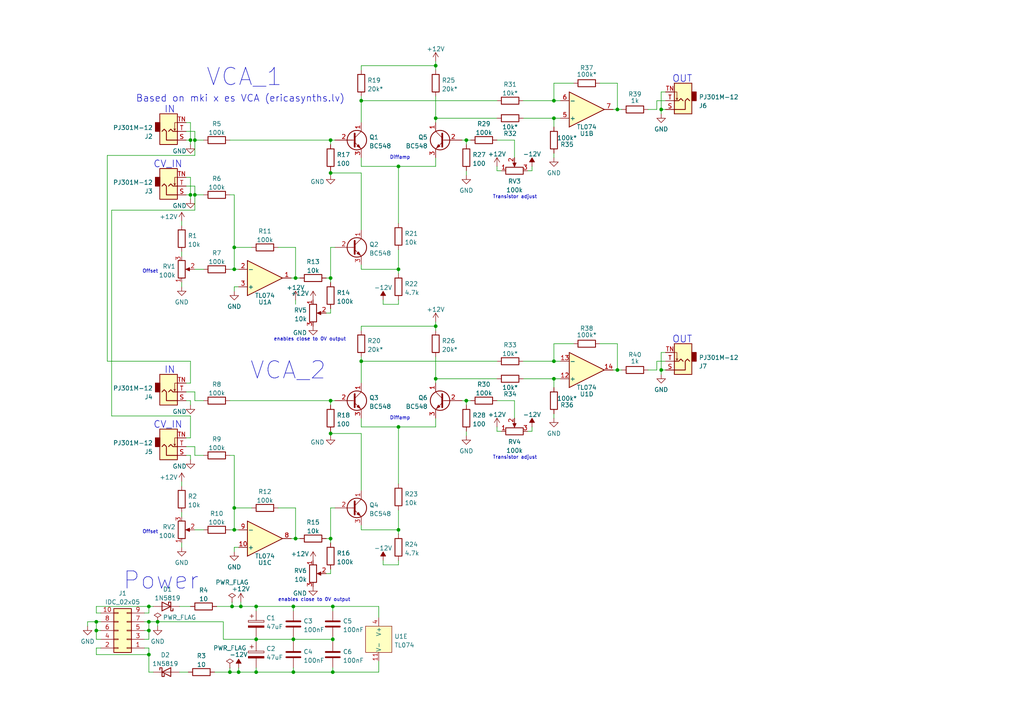
<source format=kicad_sch>
(kicad_sch (version 20211123) (generator eeschema)
  (paper "A4")
  (title_block (title "RW_EM_VCAx2_A") (date "2022-10-19") (rev "2022-10-19") (comment 1 "Licensed under CERN-OHL-S v2+") (comment 2 "https://github.com/sunfl0w/RW_EM"))
  (lib_symbols
    (symbol "Connector_Generic:Conn_02x05_Odd_Even" (pin_names (offset 1.016) hide)
      (property "Reference" "J" (at 1.27 7.62 0))
      (property "Value" "Conn_02x05_Odd_Even" (at 1.27 -7.62 0))
      (symbol "Conn_02x05_Odd_Even_1_1"
        (pin passive line (at -5.08 5.08 0) (length 3.81) (name "Pin_1") (number "1"))
        (pin passive line (at 7.62 -5.08 180) (length 3.81) (name "Pin_10") (number "10"))
        (pin passive line (at 7.62 5.08 180) (length 3.81) (name "Pin_2") (number "2"))
        (pin passive line (at -5.08 2.54 0) (length 3.81) (name "Pin_3") (number "3"))
        (pin passive line (at 7.62 2.54 180) (length 3.81) (name "Pin_4") (number "4"))
        (pin passive line (at -5.08 0 0) (length 3.81) (name "Pin_5") (number "5"))
        (pin passive line (at 7.62 0 180) (length 3.81) (name "Pin_6") (number "6"))
        (pin passive line (at -5.08 -2.54 0) (length 3.81) (name "Pin_7") (number "7"))
        (pin passive line (at 7.62 -2.54 180) (length 3.81) (name "Pin_8") (number "8"))
        (pin passive line (at -5.08 -5.08 0) (length 3.81) (name "Pin_9") (number "9"))
      )
    )
    (symbol "Device:C" (pin_numbers hide) (pin_names (offset 0.254))
      (property "Reference" "C" (at 0.635 2.54 0))
      (property "Value" "C" (at 0.635 -2.54 0))
      (symbol "C_1_1"
        (pin passive line (at 0 3.81 270) (length 2.794) (name "~") (number "1"))
        (pin passive line (at 0 -3.81 90) (length 2.794) (name "~") (number "2"))
      )
    )
    (symbol "Device:C_Polarized" (pin_numbers hide) (pin_names (offset 0.254))
      (property "Reference" "C" (at 0.635 2.54 0))
      (property "Value" "C_Polarized" (at 0.635 -2.54 0))
      (symbol "C_Polarized_1_1"
        (pin passive line (at 0 3.81 270) (length 2.794) (name "~") (number "1"))
        (pin passive line (at 0 -3.81 90) (length 2.794) (name "~") (number "2"))
      )
    )
    (symbol "Device:R" (pin_numbers hide) (pin_names (offset 0))
      (property "Reference" "R" (at 2.032 0 90))
      (property "Value" "R" (at 0 0 90))
      (symbol "R_1_1"
        (pin passive line (at 0 3.81 270) (length 1.27) (name "~") (number "1"))
        (pin passive line (at 0 -3.81 90) (length 1.27) (name "~") (number "2"))
      )
    )
    (symbol "Device:R_Potentiometer" (pin_names (offset 1.016) hide)
      (property "Reference" "RV" (at -4.445 0 90))
      (property "Value" "R_Potentiometer" (at -2.54 0 90))
      (symbol "R_Potentiometer_1_1"
        (pin passive line (at 0 3.81 270) (length 1.27) (name "1") (number "1"))
        (pin passive line (at 3.81 0 180) (length 1.27) (name "2") (number "2"))
        (pin passive line (at 0 -3.81 90) (length 1.27) (name "3") (number "3"))
      )
    )
    (symbol "Diode:1N5819" (pin_numbers hide) (pin_names (offset 1.016) hide)
      (property "Reference" "D" (at 0 2.54 0))
      (property "Value" "1N5819" (at 0 -2.54 0))
      (symbol "1N5819_1_1"
        (pin passive line (at -3.81 0 0) (length 2.54) (name "K") (number "1"))
        (pin passive line (at 3.81 0 180) (length 2.54) (name "A") (number "2"))
      )
    )
    (symbol "PJ301M-12_2"
      (property "Reference" "J" (at 0 8.89 0))
      (property "Value" "PJ301M-12_2" (at 0 6.35 0))
      (symbol "PJ301M-12_2_1_1"
        (pin passive line (at 5.08 2.54 180) (length 2.54) (name "~") (number "S"))
        (pin passive line (at 5.08 0 180) (length 2.54) (name "~") (number "T"))
        (pin passive line (at 5.08 -2.54 180) (length 2.54) (name "~") (number "TN"))
      )
    )
    (symbol "PJ301M-12_4"
      (property "Reference" "J" (at 0 8.89 0))
      (property "Value" "PJ301M-12_4" (at 0 6.35 0))
      (symbol "PJ301M-12_4_1_1"
        (pin passive line (at 5.08 2.54 180) (length 2.54) (name "~") (number "S"))
        (pin passive line (at 5.08 0 180) (length 2.54) (name "~") (number "T"))
        (pin passive line (at 5.08 -2.54 180) (length 2.54) (name "~") (number "TN"))
      )
    )
    (symbol "RW_EurorackModular:TL074" (pin_names (offset 0.127))
      (property "Reference" "U" (at 0 5.08 0))
      (property "Value" "TL074" (at 0 -5.08 0))
      (symbol "TL074_1_1"
        (pin output line (at 7.62 0 180) (length 2.54) (name "~") (number "1"))
        (pin input line (at -7.62 -2.54 0) (length 2.54) (name "-") (number "2"))
        (pin input line (at -7.62 2.54 0) (length 2.54) (name "+") (number "3"))
      )
      (symbol "TL074_2_1"
        (pin input line (at -7.62 2.54 0) (length 2.54) (name "+") (number "5"))
        (pin input line (at -7.62 -2.54 0) (length 2.54) (name "-") (number "6"))
        (pin output line (at 7.62 0 180) (length 2.54) (name "~") (number "7"))
      )
      (symbol "TL074_3_1"
        (pin input line (at -7.62 2.54 0) (length 2.54) (name "+") (number "10"))
        (pin output line (at 7.62 0 180) (length 2.54) (name "~") (number "8"))
        (pin input line (at -7.62 -2.54 0) (length 2.54) (name "-") (number "9"))
      )
      (symbol "TL074_4_1"
        (pin input line (at -7.62 2.54 0) (length 2.54) (name "+") (number "12"))
        (pin input line (at -7.62 -2.54 0) (length 2.54) (name "-") (number "13"))
        (pin output line (at 7.62 0 180) (length 2.54) (name "~") (number "14"))
      )
      (symbol "TL074_5_1"
        (pin power_in line (at 0 -6.35 90) (length 2.54) (name "V-") (number "11"))
        (pin power_in line (at 0 6.35 270) (length 2.54) (name "V+") (number "4"))
      )
    )
    (symbol "Transistor_BJT:BC548" (pin_names (offset 0) hide)
      (property "Reference" "Q" (at 5.08 1.905 0))
      (property "Value" "BC548" (at 5.08 0 0))
      (symbol "BC548_1_1"
        (pin passive line (at 2.54 5.08 270) (length 2.54) (name "C") (number "1"))
        (pin input line (at -5.08 0 0) (length 5.08) (name "B") (number "2"))
        (pin passive line (at 2.54 -5.08 90) (length 2.54) (name "E") (number "3"))
      )
    )
    (symbol "power:+12V" (power) (pin_names (offset 0))
      (property "Value" "+12V" (at 0 3.556 0))
      (symbol "+12V_1_1"
        (pin power_in line (at 0 0 90) (length 0) hide (name "+12V") (number "1"))
      )
    )
    (symbol "power:-12V" (power) (pin_names (offset 0))
      (property "Value" "-12V" (at 0 3.81 0))
      (symbol "-12V_0_0"
        (pin power_in line (at 0 0 90) (length 0) hide (name "-12V") (number "1"))
      )
    )
    (symbol "power:GND" (power) (pin_names (offset 0))
      (property "Value" "GND" (at 0 -3.81 0))
      (symbol "GND_1_1"
        (pin power_in line (at 0 0 270) (length 0) hide (name "GND") (number "1"))
      )
    )
    (symbol "power:PWR_FLAG" (power) (pin_numbers hide) (pin_names (offset 0) hide)
      (property "Value" "PWR_FLAG" (at 0 3.81 0))
      (symbol "PWR_FLAG_0_0"
        (pin power_out line (at 0 0 90) (length 0) (name "pwr") (number "1"))
      )
    )
  )
  (junction (at 95.885 80.645))
  (junction (at 55.245 56.515))
  (junction (at 179.07 31.75))
  (junction (at 126.365 19.05))
  (junction (at 95.885 50.165))
  (junction (at 45.72 180.34))
  (junction (at 56.515 40.64))
  (junction (at 95.885 40.64))
  (junction (at 74.295 175.895))
  (junction (at 160.655 29.21))
  (junction (at 104.775 29.21))
  (junction (at 27.94 182.88))
  (junction (at 85.725 156.21))
  (junction (at 115.57 153.67))
  (junction (at 85.09 175.895))
  (junction (at 135.255 40.64))
  (junction (at 74.295 194.945))
  (junction (at 95.885 116.205))
  (junction (at 191.77 107.315))
  (junction (at 160.655 104.775))
  (junction (at 69.85 175.895))
  (junction (at 43.18 175.895))
  (junction (at 66.675 194.945))
  (junction (at 55.245 40.64))
  (junction (at 56.515 56.515))
  (junction (at 85.09 194.945))
  (junction (at 191.77 31.75))
  (junction (at 85.09 185.42))
  (junction (at 160.655 34.29))
  (junction (at 126.365 34.29))
  (junction (at 179.07 107.315))
  (junction (at 95.885 125.73))
  (junction (at 67.945 71.755))
  (junction (at 43.18 189.865))
  (junction (at 67.945 78.105))
  (junction (at 126.365 94.615))
  (junction (at 160.655 109.855))
  (junction (at 74.295 185.42))
  (junction (at 115.57 123.825))
  (junction (at 96.52 185.42))
  (junction (at 115.57 78.105))
  (junction (at 27.94 180.34))
  (junction (at 69.215 194.945))
  (junction (at 67.945 147.32))
  (junction (at 104.775 104.775))
  (junction (at 96.52 194.945))
  (junction (at 95.885 156.21))
  (junction (at 135.255 116.205))
  (junction (at 115.57 48.26))
  (junction (at 85.725 80.645))
  (junction (at 96.52 175.895))
  (junction (at 126.365 109.855))
  (junction (at 67.31 175.895))
  (junction (at 43.18 180.34))
  (junction (at 67.945 153.67))
  (junction (at 43.18 182.88))
  (wire (pts (xy 166.37 99.695) (xy 160.655 99.695)))
  (wire (pts (xy 104.775 19.05) (xy 126.365 19.05)))
  (wire (pts (xy 74.295 185.42) (xy 74.295 186.055)))
  (wire (pts (xy 179.07 31.75) (xy 180.34 31.75)))
  (wire (pts (xy 104.775 125.73) (xy 104.775 142.24)))
  (wire (pts (xy 126.365 34.29) (xy 126.365 35.56)))
  (wire (pts (xy 179.07 24.13) (xy 179.07 31.75)))
  (wire (pts (xy 53.975 111.125) (xy 55.245 111.125)))
  (wire (pts (xy 115.57 153.67) (xy 115.57 147.955)))
  (wire (pts (xy 52.705 73.025) (xy 52.705 74.295)))
  (wire (pts (xy 135.255 125.095) (xy 135.255 126.365)))
  (wire (pts (xy 55.245 104.775) (xy 55.245 111.125)))
  (wire (pts (xy 64.77 185.42) (xy 74.295 185.42)))
  (wire (pts (xy 111.125 88.265) (xy 111.125 86.995)))
  (wire (pts (xy 97.155 116.205) (xy 95.885 116.205)))
  (wire (pts (xy 66.675 194.945) (xy 66.675 193.675)))
  (wire (pts (xy 43.18 175.895) (xy 43.18 177.8)))
  (wire (pts (xy 97.155 40.64) (xy 95.885 40.64)))
  (wire (pts (xy 27.94 175.895) (xy 43.18 175.895)))
  (wire (pts (xy 27.94 185.42) (xy 29.21 185.42)))
  (wire (pts (xy 67.945 153.67) (xy 69.215 153.67)))
  (wire (pts (xy 41.91 180.34) (xy 43.18 180.34)))
  (wire (pts (xy 95.885 50.165) (xy 95.885 50.8)))
  (wire (pts (xy 104.775 153.67) (xy 115.57 153.67)))
  (wire (pts (xy 85.725 88.265) (xy 85.725 86.995)))
  (wire (pts (xy 56.515 40.64) (xy 59.055 40.64)))
  (wire (pts (xy 104.775 103.505) (xy 104.775 104.775)))
  (wire (pts (xy 74.295 175.895) (xy 85.09 175.895)))
  (wire (pts (xy 53.975 129.54) (xy 56.515 129.54)))
  (wire (pts (xy 104.775 50.165) (xy 104.775 66.675)))
  (wire (pts (xy 191.77 107.315) (xy 191.77 108.585)))
  (wire (pts (xy 109.855 175.895) (xy 109.855 179.07)))
  (wire (pts (xy 52.07 194.945) (xy 54.61 194.945)))
  (wire (pts (xy 94.615 166.37) (xy 95.885 166.37)))
  (wire (pts (xy 94.615 156.21) (xy 95.885 156.21)))
  (wire (pts (xy 27.94 182.88) (xy 29.21 182.88)))
  (wire (pts (xy 43.18 182.88) (xy 43.18 185.42)))
  (wire (pts (xy 126.365 123.825) (xy 126.365 121.285)))
  (wire (pts (xy 109.855 194.945) (xy 109.855 191.77)))
  (wire (pts (xy 179.07 31.75) (xy 177.8 31.75)))
  (wire (pts (xy 52.705 157.48) (xy 52.705 158.75)))
  (wire (pts (xy 53.975 51.435) (xy 55.245 51.435)))
  (wire (pts (xy 84.455 80.645) (xy 85.725 80.645)))
  (wire (pts (xy 160.655 109.855) (xy 160.655 112.395)))
  (wire (pts (xy 160.655 29.21) (xy 151.765 29.21)))
  (wire (pts (xy 67.945 147.32) (xy 67.945 153.67)))
  (wire (pts (xy 126.365 17.78) (xy 126.365 19.05)))
  (wire (pts (xy 73.025 147.32) (xy 67.945 147.32)))
  (wire (pts (xy 69.85 175.895) (xy 69.85 174.625)))
  (wire (pts (xy 74.295 184.785) (xy 74.295 185.42)))
  (wire (pts (xy 135.255 116.205) (xy 136.525 116.205)))
  (wire (pts (xy 69.215 158.75) (xy 67.945 158.75)))
  (wire (pts (xy 55.245 35.56) (xy 55.245 40.64)))
  (wire (pts (xy 111.125 163.83) (xy 111.125 162.56)))
  (wire (pts (xy 104.775 29.21) (xy 144.145 29.21)))
  (wire (pts (xy 55.245 132.08) (xy 53.975 132.08)))
  (wire (pts (xy 96.52 175.895) (xy 96.52 177.165)))
  (wire (pts (xy 149.225 40.64) (xy 149.225 45.72)))
  (wire (pts (xy 85.09 185.42) (xy 96.52 185.42)))
  (wire (pts (xy 55.245 51.435) (xy 55.245 56.515)))
  (wire (pts (xy 85.725 80.645) (xy 86.995 80.645)))
  (wire (pts (xy 126.365 27.94) (xy 126.365 34.29)))
  (wire (pts (xy 135.255 40.64) (xy 136.525 40.64)))
  (wire (pts (xy 104.775 20.32) (xy 104.775 19.05)))
  (wire (pts (xy 56.515 53.975) (xy 56.515 56.515)))
  (wire (pts (xy 69.215 194.945) (xy 74.295 194.945)))
  (wire (pts (xy 104.775 104.775) (xy 144.145 104.775)))
  (wire (pts (xy 56.515 129.54) (xy 56.515 132.08)))
  (wire (pts (xy 190.5 104.775) (xy 190.5 107.315)))
  (wire (pts (xy 85.09 194.945) (xy 85.09 193.675)))
  (wire (pts (xy 154.305 48.26) (xy 154.305 49.53)))
  (wire (pts (xy 162.56 104.775) (xy 160.655 104.775)))
  (wire (pts (xy 55.245 120.65) (xy 55.245 127)))
  (wire (pts (xy 67.31 175.895) (xy 69.85 175.895)))
  (wire (pts (xy 193.04 26.67) (xy 191.77 26.67)))
  (wire (pts (xy 95.885 40.64) (xy 95.885 41.91)))
  (wire (pts (xy 56.515 40.64) (xy 56.515 45.085)))
  (wire (pts (xy 27.94 182.88) (xy 27.94 185.42)))
  (wire (pts (xy 115.57 48.26) (xy 115.57 64.77)))
  (wire (pts (xy 96.52 193.675) (xy 96.52 194.945)))
  (wire (pts (xy 104.775 78.105) (xy 115.57 78.105)))
  (wire (pts (xy 95.885 89.535) (xy 95.885 90.805)))
  (wire (pts (xy 95.885 125.73) (xy 104.775 125.73)))
  (wire (pts (xy 43.18 180.34) (xy 43.18 182.88)))
  (wire (pts (xy 126.365 48.26) (xy 126.365 45.72)))
  (wire (pts (xy 193.04 29.21) (xy 190.5 29.21)))
  (wire (pts (xy 43.18 180.34) (xy 45.72 180.34)))
  (wire (pts (xy 190.5 29.21) (xy 190.5 31.75)))
  (wire (pts (xy 52.705 148.59) (xy 52.705 149.86)))
  (wire (pts (xy 162.56 34.29) (xy 160.655 34.29)))
  (wire (pts (xy 52.07 175.895) (xy 55.245 175.895)))
  (wire (pts (xy 95.885 50.165) (xy 104.775 50.165)))
  (wire (pts (xy 104.775 121.285) (xy 104.775 123.825)))
  (wire (pts (xy 43.18 177.8) (xy 41.91 177.8)))
  (wire (pts (xy 74.295 177.165) (xy 74.295 175.895)))
  (wire (pts (xy 55.245 120.65) (xy 32.385 120.65)))
  (wire (pts (xy 66.675 194.945) (xy 69.215 194.945)))
  (wire (pts (xy 160.655 44.45) (xy 160.655 45.72)))
  (wire (pts (xy 43.18 175.895) (xy 44.45 175.895)))
  (wire (pts (xy 85.725 147.32) (xy 80.645 147.32)))
  (wire (pts (xy 74.295 193.675) (xy 74.295 194.945)))
  (wire (pts (xy 104.775 76.835) (xy 104.775 78.105)))
  (wire (pts (xy 56.515 113.665) (xy 56.515 116.205)))
  (wire (pts (xy 85.09 185.42) (xy 85.09 186.055)))
  (wire (pts (xy 43.18 187.96) (xy 41.91 187.96)))
  (wire (pts (xy 177.8 107.315) (xy 179.07 107.315)))
  (wire (pts (xy 55.245 40.64) (xy 55.245 41.91)))
  (wire (pts (xy 144.145 116.205) (xy 149.225 116.205)))
  (wire (pts (xy 173.99 99.695) (xy 179.07 99.695)))
  (wire (pts (xy 126.365 109.855) (xy 126.365 111.125)))
  (wire (pts (xy 41.91 182.88) (xy 43.18 182.88)))
  (wire (pts (xy 115.57 88.265) (xy 111.125 88.265)))
  (wire (pts (xy 193.04 104.775) (xy 190.5 104.775)))
  (wire (pts (xy 69.215 194.945) (xy 69.215 193.675)))
  (wire (pts (xy 64.77 180.34) (xy 64.77 185.42)))
  (wire (pts (xy 27.94 180.34) (xy 27.94 182.88)))
  (wire (pts (xy 166.37 24.13) (xy 160.655 24.13)))
  (wire (pts (xy 69.215 83.185) (xy 67.945 83.185)))
  (wire (pts (xy 104.775 94.615) (xy 126.365 94.615)))
  (wire (pts (xy 149.225 116.205) (xy 149.225 121.285)))
  (wire (pts (xy 115.57 48.26) (xy 126.365 48.26)))
  (wire (pts (xy 94.615 80.645) (xy 95.885 80.645)))
  (wire (pts (xy 55.245 132.08) (xy 55.245 133.35)))
  (wire (pts (xy 67.945 56.515) (xy 67.945 71.755)))
  (wire (pts (xy 160.655 24.13) (xy 160.655 29.21)))
  (wire (pts (xy 190.5 107.315) (xy 187.96 107.315)))
  (wire (pts (xy 53.975 53.975) (xy 56.515 53.975)))
  (wire (pts (xy 115.57 86.995) (xy 115.57 88.265)))
  (wire (pts (xy 191.77 26.67) (xy 191.77 31.75)))
  (wire (pts (xy 66.675 40.64) (xy 95.885 40.64)))
  (wire (pts (xy 66.675 132.08) (xy 67.945 132.08)))
  (wire (pts (xy 144.145 40.64) (xy 149.225 40.64)))
  (wire (pts (xy 56.515 132.08) (xy 59.055 132.08)))
  (wire (pts (xy 144.145 49.53) (xy 145.415 49.53)))
  (wire (pts (xy 55.245 40.64) (xy 53.975 40.64)))
  (wire (pts (xy 69.85 175.895) (xy 74.295 175.895)))
  (wire (pts (xy 56.515 45.085) (xy 31.115 45.085)))
  (wire (pts (xy 85.725 156.21) (xy 86.995 156.21)))
  (wire (pts (xy 85.09 194.945) (xy 96.52 194.945)))
  (wire (pts (xy 126.365 103.505) (xy 126.365 109.855)))
  (wire (pts (xy 56.515 78.105) (xy 59.055 78.105)))
  (wire (pts (xy 45.72 180.34) (xy 64.77 180.34)))
  (wire (pts (xy 96.52 185.42) (xy 96.52 184.785)))
  (wire (pts (xy 179.07 99.695) (xy 179.07 107.315)))
  (wire (pts (xy 95.885 147.32) (xy 95.885 156.21)))
  (wire (pts (xy 95.885 156.21) (xy 95.885 157.48)))
  (wire (pts (xy 153.035 125.095) (xy 154.305 125.095)))
  (wire (pts (xy 55.245 56.515) (xy 53.975 56.515)))
  (wire (pts (xy 27.94 187.96) (xy 27.94 189.865)))
  (wire (pts (xy 55.245 56.515) (xy 55.245 57.785)))
  (wire (pts (xy 32.385 120.65) (xy 32.385 60.96)))
  (wire (pts (xy 67.945 132.08) (xy 67.945 147.32)))
  (wire (pts (xy 104.775 123.825) (xy 115.57 123.825)))
  (wire (pts (xy 115.57 123.825) (xy 115.57 140.335)))
  (wire (pts (xy 115.57 163.83) (xy 111.125 163.83)))
  (wire (pts (xy 179.07 107.315) (xy 180.34 107.315)))
  (wire (pts (xy 95.885 90.805) (xy 94.615 90.805)))
  (wire (pts (xy 191.77 31.75) (xy 193.04 31.75)))
  (wire (pts (xy 31.115 104.775) (xy 55.245 104.775)))
  (wire (pts (xy 133.985 40.64) (xy 135.255 40.64)))
  (wire (pts (xy 126.365 34.29) (xy 144.145 34.29)))
  (wire (pts (xy 66.675 78.105) (xy 67.945 78.105)))
  (wire (pts (xy 67.945 158.75) (xy 67.945 160.02)))
  (wire (pts (xy 96.52 194.945) (xy 109.855 194.945)))
  (wire (pts (xy 97.155 71.755) (xy 95.885 71.755)))
  (wire (pts (xy 31.115 45.085) (xy 31.115 104.775)))
  (wire (pts (xy 53.975 35.56) (xy 55.245 35.56)))
  (wire (pts (xy 144.145 123.825) (xy 144.145 125.095)))
  (wire (pts (xy 162.56 109.855) (xy 160.655 109.855)))
  (wire (pts (xy 66.675 116.205) (xy 95.885 116.205)))
  (wire (pts (xy 32.385 60.96) (xy 56.515 60.96)))
  (wire (pts (xy 96.52 185.42) (xy 96.52 186.055)))
  (wire (pts (xy 97.155 147.32) (xy 95.885 147.32)))
  (wire (pts (xy 62.23 194.945) (xy 66.675 194.945)))
  (wire (pts (xy 27.94 189.865) (xy 43.18 189.865)))
  (wire (pts (xy 95.885 80.645) (xy 95.885 81.915)))
  (wire (pts (xy 53.975 38.1) (xy 56.515 38.1)))
  (wire (pts (xy 85.725 71.755) (xy 80.645 71.755)))
  (wire (pts (xy 126.365 93.345) (xy 126.365 94.615)))
  (wire (pts (xy 115.57 123.825) (xy 126.365 123.825)))
  (wire (pts (xy 153.035 49.53) (xy 154.305 49.53)))
  (wire (pts (xy 190.5 31.75) (xy 187.96 31.75)))
  (wire (pts (xy 62.865 175.895) (xy 67.31 175.895)))
  (wire (pts (xy 154.305 123.825) (xy 154.305 125.095)))
  (wire (pts (xy 115.57 162.56) (xy 115.57 163.83)))
  (wire (pts (xy 85.09 184.785) (xy 85.09 185.42)))
  (wire (pts (xy 144.145 125.095) (xy 145.415 125.095)))
  (wire (pts (xy 27.94 187.96) (xy 29.21 187.96)))
  (wire (pts (xy 43.18 189.865) (xy 43.18 187.96)))
  (wire (pts (xy 126.365 19.05) (xy 126.365 20.32)))
  (wire (pts (xy 56.515 60.96) (xy 56.515 56.515)))
  (wire (pts (xy 162.56 29.21) (xy 160.655 29.21)))
  (wire (pts (xy 74.295 194.945) (xy 85.09 194.945)))
  (wire (pts (xy 53.975 127) (xy 55.245 127)))
  (wire (pts (xy 160.655 34.29) (xy 160.655 36.83)))
  (wire (pts (xy 191.77 107.315) (xy 193.04 107.315)))
  (wire (pts (xy 29.21 177.8) (xy 27.94 177.8)))
  (wire (pts (xy 104.775 29.21) (xy 104.775 35.56)))
  (wire (pts (xy 104.775 104.775) (xy 104.775 111.125)))
  (wire (pts (xy 52.705 64.135) (xy 52.705 65.405)))
  (wire (pts (xy 56.515 116.205) (xy 59.055 116.205)))
  (wire (pts (xy 67.945 71.755) (xy 67.945 78.105)))
  (wire (pts (xy 53.975 113.665) (xy 56.515 113.665)))
  (wire (pts (xy 95.885 116.205) (xy 95.885 117.475)))
  (wire (pts (xy 52.705 81.915) (xy 52.705 83.185)))
  (wire (pts (xy 160.655 109.855) (xy 151.765 109.855)))
  (wire (pts (xy 27.94 177.8) (xy 27.94 175.895)))
  (wire (pts (xy 85.725 80.645) (xy 85.725 71.755)))
  (wire (pts (xy 43.18 194.945) (xy 44.45 194.945)))
  (wire (pts (xy 84.455 156.21) (xy 85.725 156.21)))
  (wire (pts (xy 115.57 153.67) (xy 115.57 154.94)))
  (wire (pts (xy 27.94 180.34) (xy 25.4 180.34)))
  (wire (pts (xy 135.255 116.205) (xy 135.255 117.475)))
  (wire (pts (xy 73.025 71.755) (xy 67.945 71.755)))
  (wire (pts (xy 135.255 40.64) (xy 135.255 41.91)))
  (wire (pts (xy 66.675 56.515) (xy 67.945 56.515)))
  (wire (pts (xy 67.31 175.895) (xy 67.31 174.625)))
  (wire (pts (xy 66.675 153.67) (xy 67.945 153.67)))
  (wire (pts (xy 126.365 94.615) (xy 126.365 95.885)))
  (wire (pts (xy 104.775 48.26) (xy 115.57 48.26)))
  (wire (pts (xy 160.655 120.015) (xy 160.655 121.285)))
  (wire (pts (xy 104.775 27.94) (xy 104.775 29.21)))
  (wire (pts (xy 45.72 180.34) (xy 45.72 181.61)))
  (wire (pts (xy 96.52 175.895) (xy 109.855 175.895)))
  (wire (pts (xy 104.775 45.72) (xy 104.775 48.26)))
  (wire (pts (xy 55.245 116.205) (xy 55.245 117.475)))
  (wire (pts (xy 191.77 31.75) (xy 191.77 33.02)))
  (wire (pts (xy 115.57 78.105) (xy 115.57 79.375)))
  (wire (pts (xy 104.775 152.4) (xy 104.775 153.67)))
  (wire (pts (xy 135.255 49.53) (xy 135.255 50.8)))
  (wire (pts (xy 56.515 153.67) (xy 59.055 153.67)))
  (wire (pts (xy 193.04 102.235) (xy 191.77 102.235)))
  (wire (pts (xy 85.725 156.21) (xy 85.725 147.32)))
  (wire (pts (xy 104.775 95.885) (xy 104.775 94.615)))
  (wire (pts (xy 56.515 38.1) (xy 56.515 40.64)))
  (wire (pts (xy 133.985 116.205) (xy 135.255 116.205)))
  (wire (pts (xy 95.885 49.53) (xy 95.885 50.165)))
  (wire (pts (xy 95.885 125.73) (xy 95.885 126.365)))
  (wire (pts (xy 43.18 185.42) (xy 41.91 185.42)))
  (wire (pts (xy 191.77 102.235) (xy 191.77 107.315)))
  (wire (pts (xy 25.4 180.34) (xy 25.4 181.61)))
  (wire (pts (xy 160.655 104.775) (xy 151.765 104.775)))
  (wire (pts (xy 160.655 34.29) (xy 151.765 34.29)))
  (wire (pts (xy 85.09 177.165) (xy 85.09 175.895)))
  (wire (pts (xy 95.885 71.755) (xy 95.885 80.645)))
  (wire (pts (xy 126.365 109.855) (xy 144.145 109.855)))
  (wire (pts (xy 67.945 83.185) (xy 67.945 84.455)))
  (wire (pts (xy 29.21 180.34) (xy 27.94 180.34)))
  (wire (pts (xy 55.245 116.205) (xy 53.975 116.205)))
  (wire (pts (xy 115.57 78.105) (xy 115.57 72.39)))
  (wire (pts (xy 160.655 99.695) (xy 160.655 104.775)))
  (wire (pts (xy 52.705 139.7) (xy 52.705 140.97)))
  (wire (pts (xy 95.885 166.37) (xy 95.885 165.1)))
  (wire (pts (xy 74.295 185.42) (xy 85.09 185.42)))
  (wire (pts (xy 67.945 78.105) (xy 69.215 78.105)))
  (wire (pts (xy 56.515 56.515) (xy 59.055 56.515)))
  (wire (pts (xy 95.885 125.095) (xy 95.885 125.73)))
  (wire (pts (xy 173.99 24.13) (xy 179.07 24.13)))
  (wire (pts (xy 144.145 48.26) (xy 144.145 49.53)))
  (wire (pts (xy 85.09 175.895) (xy 96.52 175.895)))
  (wire (pts (xy 43.18 189.865) (xy 43.18 194.945)))
  (text "Offset" (at 41.275 154.94 0) (effects (font (size 1 1)) (justify left bottom)))
  (text "Diffamp" (at 113.03 46.355 0) (effects (font (size 1 1)) (justify left bottom)))
  (text "Power" (at 35.56 171.45 0) (effects (font (size 5 5)) (justify left bottom)))
  (text "OUT" (at 194.945 24.13 0) (effects (font (size 2 2)) (justify left bottom)))
  (text "Based on mki x es VCA (ericasynths.lv)" (at 39.37 29.845 0) (effects (font (size 2 2)) (justify left bottom)))
  (text "Diffamp" (at 113.03 121.92 0) (effects (font (size 1 1)) (justify left bottom)))
  (text "OUT" (at 194.945 99.695 0) (effects (font (size 2 2)) (justify left bottom)))
  (text "VCA_1" (at 59.69 25.4 0) (effects (font (size 5 5)) (justify left bottom)))
  (text "CV_IN" (at 44.45 124.46 0) (effects (font (size 2 2)) (justify left bottom)))
  (text "Transistor adjust" (at 142.875 133.35 0) (effects (font (size 1 1)) (justify left bottom)))
  (text "enables close to 0V output" (at 80.645 174.625 0) (effects (font (size 1 1)) (justify left bottom)))
  (text "Transistor adjust" (at 142.875 57.785 0) (effects (font (size 1 1)) (justify left bottom)))
  (text "Offset" (at 41.275 79.375 0) (effects (font (size 1 1)) (justify left bottom)))
  (text "enables close to 0V output" (at 79.375 99.06 0) (effects (font (size 1 1)) (justify left bottom)))
  (text "IN" (at 47.625 108.585 0) (effects (font (size 2 2)) (justify left bottom)))
  (text "CV_IN" (at 44.45 48.895 0) (effects (font (size 2 2)) (justify left bottom)))
  (text "IN" (at 47.625 33.02 0) (effects (font (size 2 2)) (justify left bottom)))
  (text "VCA_2" (at 72.39 110.49 0) (effects (font (size 5 5)) (justify left bottom)))
  (symbol (lib_id "Device:R") (at 59.055 175.895 90) (unit 1)
    (property "Reference" "R4" (at 59.055 171.1792 90))
    (property "Value" "10" (at 59.055 173.7161 90))
    (property "Footprint" "Resistor_THT:R_Axial_DIN0207_L6.3mm_D2.5mm_P10.16mm_Horizontal" (effects hide))
  )
  (symbol (lib_id "Device:R") (at 140.335 116.205 270) (unit 1)
    (property "Reference" "R30" (at 140.335 111.4892 90))
    (property "Value" "100k" (at 140.335 114.0261 90))
    (property "Footprint" "Resistor_THT:R_Axial_DIN0207_L6.3mm_D2.5mm_P2.54mm_Vertical" (effects hide))
  )
  (symbol (lib_id "power:+12V") (at 144.145 48.26 0) (unit 1)
    (property "Reference" "#PWR025" (effects hide))
    (property "Value" "+12V" (at 144.145 44.6842 0))
  )
  (symbol (lib_id "Diode:1N5819") (at 48.26 175.895 180) (unit 1)
    (property "Reference" "D1" (at 48.5775 170.9252 0))
    (property "Value" "1N5819" (at 48.5775 173.4621 0))
    (property "Footprint" "Diode_THT:D_DO-41_SOD81_P10.16mm_Horizontal" (effects hide))
    (property "Datasheet" "http://www.vishay.com/docs/88525/1n5817.pdf" (effects hide))
  )
  (symbol (lib_id "power:GND") (at 160.655 45.72 0) (unit 1)
    (property "Reference" "#PWR029" (effects hide))
    (property "Value" "GND" (at 160.655 50.1634 0))
  )
  (symbol (lib_id "Device:R") (at 147.955 34.29 270) (unit 1)
    (property "Reference" "R32" (at 147.955 38.735 90))
    (property "Value" "10k*" (at 147.955 36.83 90))
    (property "Footprint" "Resistor_THT:R_Axial_DIN0207_L6.3mm_D2.5mm_P2.54mm_Vertical" (effects hide))
  )
  (symbol (lib_id "Device:R") (at 104.775 24.13 180) (unit 1)
    (property "Reference" "R19" (at 106.553 23.2953 0) (effects (justify right)))
    (property "Value" "20k*" (at 106.553 25.8322 0) (effects (justify right)))
    (property "Footprint" "Resistor_THT:R_Axial_DIN0207_L6.3mm_D2.5mm_P2.54mm_Vertical" (effects hide))
  )
  (symbol (lib_id "Device:R") (at 160.655 116.205 0) (unit 1)
    (property "Reference" "R36" (at 164.465 117.475 0))
    (property "Value" "100k*" (at 164.465 115.57 0))
    (property "Footprint" "Resistor_THT:R_Axial_DIN0207_L6.3mm_D2.5mm_P2.54mm_Vertical" (effects hide))
  )
  (symbol (lib_id "Device:C") (at 85.09 180.975 0) (unit 1)
    (property "Reference" "C3" (at 88.011 180.1403 0) (effects (justify left)))
    (property "Value" "100nF" (at 88.011 182.6772 0) (effects (justify left)))
    (property "Footprint" "Capacitor_THT:C_Disc_D5.0mm_W2.5mm_P5.00mm" (effects hide))
  )
  (symbol (lib_id "Device:R") (at 115.57 144.145 0) (unit 1)
    (property "Reference" "R23" (at 117.348 143.3103 0) (effects (justify left)))
    (property "Value" "10k" (at 117.348 145.8472 0) (effects (justify left)))
    (property "Footprint" "Resistor_THT:R_Axial_DIN0207_L6.3mm_D2.5mm_P2.54mm_Vertical" (effects hide))
  )
  (symbol (lib_id "Device:R_Potentiometer") (at 52.705 153.67 0) (mirror x) (unit 1)
    (property "Reference" "RV2" (at 50.9271 152.8353 0) (effects (justify right)))
    (property "Value" "100k" (at 50.9271 155.3722 0) (effects (justify right)))
    (property "Footprint" "RW_EurorackModular:Potentiometer_R0904N_SongHuei" (effects hide))
  )
  (symbol (lib_id "power:GND") (at 95.885 50.8 0) (unit 1)
    (property "Reference" "#PWR017" (effects hide))
    (property "Value" "GND" (at 92.075 52.705 0))
  )
  (symbol (lib_id "power:GND") (at 55.245 57.785 0) (unit 1)
    (property "Reference" "#PWR08" (effects hide))
    (property "Value" "GND" (at 52.07 59.69 0))
  )
  (symbol (lib_id "power:-12V") (at 154.305 48.26 0) (unit 1)
    (property "Reference" "#PWR027" (effects hide))
    (property "Value" "-12V" (at 154.305 44.6842 0))
  )
  (symbol (lib_id "Device:R") (at 90.805 80.645 90) (unit 1)
    (property "Reference" "R13" (at 90.805 75.9292 90))
    (property "Value" "10k" (at 90.805 78.4661 90))
    (property "Footprint" "Resistor_THT:R_Axial_DIN0207_L6.3mm_D2.5mm_P2.54mm_Vertical" (effects hide))
  )
  (symbol (lib_id "power:GND") (at 90.805 170.18 0) (unit 1)
    (property "Reference" "#PWR035" (effects hide))
    (property "Value" "GND" (at 86.995 172.085 0))
  )
  (symbol (lib_id "Device:R") (at 62.865 56.515 90) (unit 1)
    (property "Reference" "R6" (at 62.865 51.7992 90))
    (property "Value" "100k" (at 62.865 54.3361 90))
    (property "Footprint" "Resistor_THT:R_Axial_DIN0207_L6.3mm_D2.5mm_P2.54mm_Vertical" (effects hide))
  )
  (symbol (lib_id "Device:R") (at 52.705 69.215 180) (unit 1)
    (property "Reference" "R1" (at 54.483 68.3803 0) (effects (justify right)))
    (property "Value" "10k" (at 54.483 70.9172 0) (effects (justify right)))
    (property "Footprint" "Resistor_THT:R_Axial_DIN0207_L6.3mm_D2.5mm_P2.54mm_Vertical" (effects hide))
  )
  (symbol (lib_id "Device:R") (at 95.885 85.725 180) (unit 1)
    (property "Reference" "R14" (at 97.663 84.8903 0) (effects (justify right)))
    (property "Value" "100k" (at 97.663 87.4272 0) (effects (justify right)))
    (property "Footprint" "Resistor_THT:R_Axial_DIN0207_L6.3mm_D2.5mm_P2.54mm_Vertical" (effects hide))
  )
  (symbol (lib_name "PJ301M-12_2") (lib_id "RW_EurorackModular:PJ301M-12") (at 48.895 113.665 0) (mirror x) (unit 1)
    (property "Reference" "J4" (at 44.323 115.1347 0) (effects (justify right)))
    (property "Value" "PJ301M-12" (at 44.323 112.5978 0) (effects (justify right)))
    (property "Footprint" "RW_EurorackModular:PJ301M-12" (effects hide))
  )
  (symbol (lib_id "power:+12V") (at 90.805 162.56 0) (unit 1)
    (property "Reference" "#PWR016" (effects hide))
    (property "Value" "+12V" (at 86.995 160.655 0))
  )
  (symbol (lib_id "Device:C") (at 85.09 189.865 0) (unit 1)
    (property "Reference" "C4" (at 88.011 189.0303 0) (effects (justify left)))
    (property "Value" "100nF" (at 88.011 191.5672 0) (effects (justify left)))
    (property "Footprint" "Capacitor_THT:C_Disc_D5.0mm_W2.5mm_P5.00mm" (effects hide))
  )
  (symbol (lib_id "power:-12V") (at 111.125 86.995 0) (unit 1)
    (property "Reference" "#PWR019" (effects hide))
    (property "Value" "-12V" (at 111.125 83.4192 0))
  )
  (symbol (lib_id "power:GND") (at 191.77 108.585 0) (mirror y) (unit 1)
    (property "Reference" "#PWR032" (effects hide))
    (property "Value" "GND" (at 191.77 113.0284 0))
  )
  (symbol (lib_name "PJ301M-12_2") (lib_id "RW_EurorackModular:PJ301M-12") (at 48.895 38.1 0) (mirror x) (unit 1)
    (property "Reference" "J2" (at 44.323 39.5697 0) (effects (justify right)))
    (property "Value" "PJ301M-12" (at 44.323 37.0328 0) (effects (justify right)))
    (property "Footprint" "RW_EurorackModular:PJ301M-12" (effects hide))
  )
  (symbol (lib_id "Device:R") (at 62.865 116.205 90) (unit 1)
    (property "Reference" "R8" (at 62.865 111.4892 90))
    (property "Value" "100k" (at 62.865 114.0261 90))
    (property "Footprint" "Resistor_THT:R_Axial_DIN0207_L6.3mm_D2.5mm_P2.54mm_Vertical" (effects hide))
  )
  (symbol (lib_id "Device:R") (at 58.42 194.945 90) (unit 1)
    (property "Reference" "R3" (at 58.42 190.2292 90))
    (property "Value" "10" (at 58.42 192.7661 90))
    (property "Footprint" "Resistor_THT:R_Axial_DIN0207_L6.3mm_D2.5mm_P10.16mm_Horizontal" (effects hide))
  )
  (symbol (lib_id "Device:R") (at 140.335 40.64 270) (unit 1)
    (property "Reference" "R29" (at 140.335 35.9242 90))
    (property "Value" "100k" (at 140.335 38.4611 90))
    (property "Footprint" "Resistor_THT:R_Axial_DIN0207_L6.3mm_D2.5mm_P2.54mm_Vertical" (effects hide))
  )
  (symbol (lib_id "power:PWR_FLAG") (at 67.31 174.625 0) (unit 1)
    (property "Reference" "#FLG03" (effects hide))
    (property "Value" "PWR_FLAG" (at 67.31 168.91 0))
  )
  (symbol (lib_id "Device:R") (at 95.885 45.72 0) (unit 1)
    (property "Reference" "R17" (at 97.663 44.8853 0) (effects (justify left)))
    (property "Value" "100" (at 97.663 47.4222 0) (effects (justify left)))
    (property "Footprint" "Resistor_THT:R_Axial_DIN0207_L6.3mm_D2.5mm_P2.54mm_Vertical" (effects hide))
  )
  (symbol (lib_name "PJ301M-12_4") (lib_id "RW_EurorackModular:PJ301M-12") (at 198.12 104.775 180) (unit 1)
    (property "Reference" "J7" (at 202.692 106.2447 0) (effects (justify right)))
    (property "Value" "PJ301M-12" (at 202.692 103.7078 0) (effects (justify right)))
    (property "Footprint" "RW_EurorackModular:PJ301M-12" (effects hide))
  )
  (symbol (lib_id "Device:R_Potentiometer") (at 52.705 78.105 0) (mirror x) (unit 1)
    (property "Reference" "RV1" (at 50.9271 77.2703 0) (effects (justify right)))
    (property "Value" "100k" (at 50.9271 79.8072 0) (effects (justify right)))
    (property "Footprint" "RW_EurorackModular:Potentiometer_R0904N_SongHuei" (effects hide))
  )
  (symbol (lib_id "power:+12V") (at 126.365 17.78 0) (unit 1)
    (property "Reference" "#PWR021" (effects hide))
    (property "Value" "+12V" (at 126.365 14.2042 0))
  )
  (symbol (lib_id "power:GND") (at 55.245 41.91 0) (unit 1)
    (property "Reference" "#PWR07" (effects hide))
    (property "Value" "GND" (at 52.07 43.815 0))
  )
  (symbol (lib_id "Transistor_BJT:BC548") (at 102.235 40.64 0) (unit 1)
    (property "Reference" "Q1" (at 107.0864 39.8053 0) (effects (justify left)))
    (property "Value" "BC548" (at 107.0864 42.3422 0) (effects (justify left)))
    (property "Footprint" "Package_TO_SOT_THT:TO-92_Inline" (effects hide))
    (property "Datasheet" "https://www.onsemi.com/pub/Collateral/BC550-D.pdf" (effects hide))
  )
  (symbol (lib_id "power:GND") (at 45.72 181.61 0) (unit 1)
    (property "Reference" "#PWR02" (effects hide))
    (property "Value" "GND" (at 45.72 186.0534 0))
  )
  (symbol (lib_id "power:+12V") (at 144.145 123.825 0) (unit 1)
    (property "Reference" "#PWR026" (effects hide))
    (property "Value" "+12V" (at 144.145 120.2492 0))
  )
  (symbol (lib_id "power:PWR_FLAG") (at 45.72 180.34 0) (unit 1)
    (property "Reference" "#FLG01" (effects hide))
    (property "Value" "PWR_FLAG" (at 52.07 179.07 0))
  )
  (symbol (lib_id "Device:R") (at 62.865 78.105 90) (unit 1)
    (property "Reference" "R7" (at 62.865 73.3892 90))
    (property "Value" "100k" (at 62.865 75.9261 90))
    (property "Footprint" "Resistor_THT:R_Axial_DIN0207_L6.3mm_D2.5mm_P2.54mm_Vertical" (effects hide))
  )
  (symbol (lib_id "Device:R") (at 160.655 40.64 0) (unit 1)
    (property "Reference" "R35" (at 164.465 41.91 0))
    (property "Value" "100k*" (at 164.465 40.005 0))
    (property "Footprint" "Resistor_THT:R_Axial_DIN0207_L6.3mm_D2.5mm_P2.54mm_Vertical" (effects hide))
  )
  (symbol (lib_id "power:-12V") (at 154.305 123.825 0) (unit 1)
    (property "Reference" "#PWR028" (effects hide))
    (property "Value" "-12V" (at 154.305 120.2492 0))
  )
  (symbol (lib_id "power:PWR_FLAG") (at 66.675 193.675 0) (unit 1)
    (property "Reference" "#FLG02" (effects hide))
    (property "Value" "PWR_FLAG" (at 66.675 187.96 0))
  )
  (symbol (lib_id "RW_EurorackModular:TL074") (at 109.855 185.42 0) (unit 5)
    (property "Reference" "U1" (at 114.3762 184.5853 0) (effects (justify left)))
    (property "Value" "TL074" (at 114.3762 187.1222 0) (effects (justify left)))
    (property "Footprint" "Package_DIP:DIP-14_W7.62mm" (effects hide))
  )
  (symbol (lib_id "Device:R") (at 147.955 29.21 270) (unit 1)
    (property "Reference" "R31" (at 147.955 24.4942 90))
    (property "Value" "10k*" (at 147.955 27.0311 90))
    (property "Footprint" "Resistor_THT:R_Axial_DIN0207_L6.3mm_D2.5mm_P2.54mm_Vertical" (effects hide))
  )
  (symbol (lib_name "PJ301M-12_4") (lib_id "RW_EurorackModular:PJ301M-12") (at 198.12 29.21 180) (unit 1)
    (property "Reference" "J6" (at 202.692 30.6797 0) (effects (justify right)))
    (property "Value" "PJ301M-12" (at 202.692 28.1428 0) (effects (justify right)))
    (property "Footprint" "RW_EurorackModular:PJ301M-12" (effects hide))
  )
  (symbol (lib_id "Device:R") (at 135.255 121.285 0) (unit 1)
    (property "Reference" "R28" (at 137.033 120.4503 0) (effects (justify left)))
    (property "Value" "100" (at 137.033 122.9872 0) (effects (justify left)))
    (property "Footprint" "Resistor_THT:R_Axial_DIN0207_L6.3mm_D2.5mm_P2.54mm_Vertical" (effects hide))
  )
  (symbol (lib_id "Device:R") (at 170.18 24.13 90) (unit 1)
    (property "Reference" "R37" (at 170.18 19.685 90))
    (property "Value" "100k*" (at 170.18 21.59 90))
    (property "Footprint" "Resistor_THT:R_Axial_DIN0207_L6.3mm_D2.5mm_P2.54mm_Vertical" (effects hide))
  )
  (symbol (lib_id "Device:R") (at 126.365 99.695 180) (unit 1)
    (property "Reference" "R26" (at 128.143 98.8603 0) (effects (justify right)))
    (property "Value" "20k*" (at 128.143 101.3972 0) (effects (justify right)))
    (property "Footprint" "Resistor_THT:R_Axial_DIN0207_L6.3mm_D2.5mm_P2.54mm_Vertical" (effects hide))
  )
  (symbol (lib_id "RW_EurorackModular:TL074") (at 76.835 80.645 0) (mirror x) (unit 1)
    (property "Reference" "U1" (at 76.835 87.63 0))
    (property "Value" "TL074" (at 76.835 85.725 0))
    (property "Footprint" "Package_DIP:DIP-14_W7.62mm" (effects hide))
  )
  (symbol (lib_name "PJ301M-12_2") (lib_id "RW_EurorackModular:PJ301M-12") (at 48.895 129.54 0) (mirror x) (unit 1)
    (property "Reference" "J5" (at 44.323 131.0097 0) (effects (justify right)))
    (property "Value" "PJ301M-12" (at 44.323 128.4728 0) (effects (justify right)))
    (property "Footprint" "RW_EurorackModular:PJ301M-12" (effects hide))
  )
  (symbol (lib_id "power:GND") (at 67.945 84.455 0) (unit 1)
    (property "Reference" "#PWR011" (effects hide))
    (property "Value" "GND" (at 67.945 88.8984 0))
  )
  (symbol (lib_id "power:+12V") (at 126.365 93.345 0) (unit 1)
    (property "Reference" "#PWR022" (effects hide))
    (property "Value" "+12V" (at 126.365 89.7692 0))
  )
  (symbol (lib_id "Device:R") (at 62.865 40.64 90) (unit 1)
    (property "Reference" "R5" (at 62.865 35.9242 90))
    (property "Value" "100k" (at 62.865 38.4611 90))
    (property "Footprint" "Resistor_THT:R_Axial_DIN0207_L6.3mm_D2.5mm_P2.54mm_Vertical" (effects hide))
  )
  (symbol (lib_id "RW_EurorackModular:TL074") (at 170.18 107.315 0) (mirror x) (unit 4)
    (property "Reference" "U1" (at 170.18 114.3 0))
    (property "Value" "TL074" (at 170.18 112.395 0))
    (property "Footprint" "Package_DIP:DIP-14_W7.62mm" (effects hide))
  )
  (symbol (lib_id "Device:C_Polarized") (at 74.295 180.975 0) (unit 1)
    (property "Reference" "C1" (at 77.216 179.2513 0) (effects (justify left)))
    (property "Value" "47uF" (at 77.216 181.7882 0) (effects (justify left)))
    (property "Footprint" "Capacitor_THT:CP_Radial_D5.0mm_P2.00mm" (effects hide))
  )
  (symbol (lib_id "Device:R") (at 76.835 71.755 90) (unit 1)
    (property "Reference" "R11" (at 76.835 67.0392 90))
    (property "Value" "100k" (at 76.835 69.5761 90))
    (property "Footprint" "Resistor_THT:R_Axial_DIN0207_L6.3mm_D2.5mm_P2.54mm_Vertical" (effects hide))
  )
  (symbol (lib_id "Transistor_BJT:BC548") (at 102.235 116.205 0) (unit 1)
    (property "Reference" "Q3" (at 107.0864 115.3703 0) (effects (justify left)))
    (property "Value" "BC548" (at 107.0864 117.9072 0) (effects (justify left)))
    (property "Footprint" "Package_TO_SOT_THT:TO-92_Inline" (effects hide))
    (property "Datasheet" "https://www.onsemi.com/pub/Collateral/BC550-D.pdf" (effects hide))
  )
  (symbol (lib_id "Device:R") (at 62.865 132.08 90) (unit 1)
    (property "Reference" "R9" (at 62.865 127.3642 90))
    (property "Value" "100k" (at 62.865 129.9011 90))
    (property "Footprint" "Resistor_THT:R_Axial_DIN0207_L6.3mm_D2.5mm_P2.54mm_Vertical" (effects hide))
  )
  (symbol (lib_id "Device:R") (at 170.18 99.695 90) (unit 1)
    (property "Reference" "R38" (at 170.18 95.25 90))
    (property "Value" "100k*" (at 170.18 97.155 90))
    (property "Footprint" "Resistor_THT:R_Axial_DIN0207_L6.3mm_D2.5mm_P2.54mm_Vertical" (effects hide))
  )
  (symbol (lib_id "Device:R") (at 147.955 109.855 270) (unit 1)
    (property "Reference" "R34" (at 147.955 114.3 90))
    (property "Value" "10k*" (at 147.955 112.395 90))
    (property "Footprint" "Resistor_THT:R_Axial_DIN0207_L6.3mm_D2.5mm_P2.54mm_Vertical" (effects hide))
  )
  (symbol (lib_id "RW_EurorackModular:TL074") (at 170.18 31.75 0) (mirror x) (unit 2)
    (property "Reference" "U1" (at 170.18 38.735 0))
    (property "Value" "TL074" (at 170.18 36.83 0))
    (property "Footprint" "Package_DIP:DIP-14_W7.62mm" (effects hide))
  )
  (symbol (lib_id "Device:R") (at 115.57 158.75 0) (unit 1)
    (property "Reference" "R24" (at 117.348 157.9153 0) (effects (justify left)))
    (property "Value" "4.7k" (at 117.348 160.4522 0) (effects (justify left)))
    (property "Footprint" "Resistor_THT:R_Axial_DIN0207_L6.3mm_D2.5mm_P2.54mm_Vertical" (effects hide))
  )
  (symbol (lib_id "Device:R_Potentiometer") (at 90.805 90.805 0) (unit 1)
    (property "Reference" "RV5" (at 89.0271 89.9703 0) (effects (justify right)))
    (property "Value" "10k" (at 89.0271 92.5072 0) (effects (justify right)))
    (property "Footprint" "Potentiometer_THT:Potentiometer_Bourns_3296W_Vertical" (effects hide))
  )
  (symbol (lib_id "Device:R") (at 95.885 121.285 0) (unit 1)
    (property "Reference" "R18" (at 97.663 120.4503 0) (effects (justify left)))
    (property "Value" "100" (at 97.663 122.9872 0) (effects (justify left)))
    (property "Footprint" "Resistor_THT:R_Axial_DIN0207_L6.3mm_D2.5mm_P2.54mm_Vertical" (effects hide))
  )
  (symbol (lib_id "Device:R_Potentiometer") (at 149.225 125.095 90) (unit 1)
    (property "Reference" "RV4" (at 149.225 128.1414 90))
    (property "Value" "100k" (at 149.225 130.6783 90))
    (property "Footprint" "Potentiometer_THT:Potentiometer_Bourns_3296W_Vertical" (effects hide))
  )
  (symbol (lib_id "power:GND") (at 25.4 181.61 0) (unit 1)
    (property "Reference" "#PWR01" (effects hide))
    (property "Value" "GND" (at 25.4 186.0534 0))
  )
  (symbol (lib_id "power:GND") (at 52.705 158.75 0) (unit 1)
    (property "Reference" "#PWR06" (effects hide))
    (property "Value" "GND" (at 52.705 163.1934 0))
  )
  (symbol (lib_id "power:GND") (at 52.705 83.185 0) (unit 1)
    (property "Reference" "#PWR04" (effects hide))
    (property "Value" "GND" (at 52.705 87.6284 0))
  )
  (symbol (lib_id "Connector_Generic:Conn_02x05_Odd_Even") (at 36.83 182.88 180) (unit 1)
    (property "Reference" "J1" (at 35.56 172.085 0))
    (property "Value" "IDC_02x05" (at 35.56 174.625 0))
    (property "Footprint" "Connector_IDC:IDC-Header_2x05_P2.54mm_Vertical" (effects hide))
  )
  (symbol (lib_id "Device:R_Potentiometer") (at 149.225 49.53 90) (unit 1)
    (property "Reference" "RV3" (at 149.225 52.5764 90))
    (property "Value" "100k" (at 149.225 55.1133 90))
    (property "Footprint" "Potentiometer_THT:Potentiometer_Bourns_3296W_Vertical" (effects hide))
  )
  (symbol (lib_id "Device:R") (at 76.835 147.32 90) (unit 1)
    (property "Reference" "R12" (at 76.835 142.6042 90))
    (property "Value" "100k" (at 76.835 145.1411 90))
    (property "Footprint" "Resistor_THT:R_Axial_DIN0207_L6.3mm_D2.5mm_P2.54mm_Vertical" (effects hide))
  )
  (symbol (lib_id "power:GND") (at 135.255 126.365 0) (unit 1)
    (property "Reference" "#PWR024" (effects hide))
    (property "Value" "GND" (at 135.255 130.8084 0))
  )
  (symbol (lib_name "PJ301M-12_2") (lib_id "RW_EurorackModular:PJ301M-12") (at 48.895 53.975 0) (mirror x) (unit 1)
    (property "Reference" "J3" (at 44.323 55.4447 0) (effects (justify right)))
    (property "Value" "PJ301M-12" (at 44.323 52.9078 0) (effects (justify right)))
    (property "Footprint" "RW_EurorackModular:PJ301M-12" (effects hide))
  )
  (symbol (lib_id "power:GND") (at 135.255 50.8 0) (unit 1)
    (property "Reference" "#PWR023" (effects hide))
    (property "Value" "GND" (at 135.255 55.2434 0))
  )
  (symbol (lib_id "Device:R") (at 184.15 107.315 90) (unit 1)
    (property "Reference" "R40" (at 184.15 102.87 90))
    (property "Value" "1k" (at 184.15 104.775 90))
    (property "Footprint" "Resistor_THT:R_Axial_DIN0207_L6.3mm_D2.5mm_P2.54mm_Vertical" (effects hide))
  )
  (symbol (lib_id "Device:R") (at 104.775 99.695 180) (unit 1)
    (property "Reference" "R20" (at 106.553 98.8603 0) (effects (justify right)))
    (property "Value" "20k*" (at 106.553 101.3972 0) (effects (justify right)))
    (property "Footprint" "Resistor_THT:R_Axial_DIN0207_L6.3mm_D2.5mm_P2.54mm_Vertical" (effects hide))
  )
  (symbol (lib_id "Device:R") (at 135.255 45.72 0) (unit 1)
    (property "Reference" "R27" (at 137.033 44.8853 0) (effects (justify left)))
    (property "Value" "100" (at 137.033 47.4222 0) (effects (justify left)))
    (property "Footprint" "Resistor_THT:R_Axial_DIN0207_L6.3mm_D2.5mm_P2.54mm_Vertical" (effects hide))
  )
  (symbol (lib_id "Device:C") (at 96.52 180.975 0) (unit 1)
    (property "Reference" "C5" (at 99.441 180.1403 0) (effects (justify left)))
    (property "Value" "100nF" (at 99.441 182.6772 0) (effects (justify left)))
    (property "Footprint" "Capacitor_THT:C_Disc_D5.0mm_W2.5mm_P5.00mm" (effects hide))
  )
  (symbol (lib_id "power:-12V") (at 69.215 193.675 0) (unit 1)
    (property "Reference" "#PWR013" (effects hide))
    (property "Value" "-12V" (at 69.215 189.865 0))
  )
  (symbol (lib_id "power:+12V") (at 85.725 86.995 0) (unit 1)
    (property "Reference" "#PWR015" (effects hide))
    (property "Value" "+12V" (at 85.725 83.4192 0))
  )
  (symbol (lib_id "power:+12V") (at 69.85 174.625 0) (unit 1)
    (property "Reference" "#PWR014" (effects hide))
    (property "Value" "+12V" (at 69.85 170.815 0))
  )
  (symbol (lib_id "power:GND") (at 90.805 94.615 0) (unit 1)
    (property "Reference" "#PWR034" (effects hide))
    (property "Value" "GND" (at 86.995 96.52 0))
  )
  (symbol (lib_id "power:+12V") (at 90.805 86.995 0) (unit 1)
    (property "Reference" "#PWR033" (effects hide))
    (property "Value" "+12V" (at 86.995 85.09 0))
  )
  (symbol (lib_id "Device:R") (at 90.805 156.21 90) (unit 1)
    (property "Reference" "R15" (at 90.805 151.4942 90))
    (property "Value" "10k" (at 90.805 154.0311 90))
    (property "Footprint" "Resistor_THT:R_Axial_DIN0207_L6.3mm_D2.5mm_P2.54mm_Vertical" (effects hide))
  )
  (symbol (lib_id "Device:R") (at 126.365 24.13 180) (unit 1)
    (property "Reference" "R25" (at 128.143 23.2953 0) (effects (justify right)))
    (property "Value" "20k*" (at 128.143 25.8322 0) (effects (justify right)))
    (property "Footprint" "Resistor_THT:R_Axial_DIN0207_L6.3mm_D2.5mm_P2.54mm_Vertical" (effects hide))
  )
  (symbol (lib_id "Device:C") (at 96.52 189.865 0) (unit 1)
    (property "Reference" "C6" (at 99.441 189.0303 0) (effects (justify left)))
    (property "Value" "100nF" (at 99.441 191.5672 0) (effects (justify left)))
    (property "Footprint" "Capacitor_THT:C_Disc_D5.0mm_W2.5mm_P5.00mm" (effects hide))
  )
  (symbol (lib_id "power:GND") (at 67.945 160.02 0) (unit 1)
    (property "Reference" "#PWR012" (effects hide))
    (property "Value" "GND" (at 67.945 164.4634 0))
  )
  (symbol (lib_id "power:-12V") (at 111.125 162.56 0) (unit 1)
    (property "Reference" "#PWR020" (effects hide))
    (property "Value" "-12V" (at 111.125 158.9842 0))
  )
  (symbol (lib_id "power:GND") (at 55.245 117.475 0) (unit 1)
    (property "Reference" "#PWR09" (effects hide))
    (property "Value" "GND" (at 52.07 119.38 0))
  )
  (symbol (lib_id "Device:R") (at 62.865 153.67 90) (unit 1)
    (property "Reference" "R10" (at 62.865 148.9542 90))
    (property "Value" "100k" (at 62.865 151.4911 90))
    (property "Footprint" "Resistor_THT:R_Axial_DIN0207_L6.3mm_D2.5mm_P2.54mm_Vertical" (effects hide))
  )
  (symbol (lib_id "Transistor_BJT:BC548") (at 102.235 71.755 0) (unit 1)
    (property "Reference" "Q2" (at 107.0864 70.9203 0) (effects (justify left)))
    (property "Value" "BC548" (at 107.0864 73.4572 0) (effects (justify left)))
    (property "Footprint" "Package_TO_SOT_THT:TO-92_Inline" (effects hide))
    (property "Datasheet" "https://www.onsemi.com/pub/Collateral/BC550-D.pdf" (effects hide))
  )
  (symbol (lib_id "Transistor_BJT:BC548") (at 128.905 116.205 0) (mirror y) (unit 1)
    (property "Reference" "Q6" (at 124.0536 115.3703 0) (effects (justify left)))
    (property "Value" "BC548" (at 124.0536 117.9072 0) (effects (justify left)))
    (property "Footprint" "Package_TO_SOT_THT:TO-92_Inline" (effects hide))
    (property "Datasheet" "https://www.onsemi.com/pub/Collateral/BC550-D.pdf" (effects hide))
  )
  (symbol (lib_id "power:GND") (at 191.77 33.02 0) (mirror y) (unit 1)
    (property "Reference" "#PWR031" (effects hide))
    (property "Value" "GND" (at 191.77 37.4634 0))
  )
  (symbol (lib_id "Device:R") (at 115.57 68.58 0) (unit 1)
    (property "Reference" "R21" (at 117.348 67.7453 0) (effects (justify left)))
    (property "Value" "10k" (at 117.348 70.2822 0) (effects (justify left)))
    (property "Footprint" "Resistor_THT:R_Axial_DIN0207_L6.3mm_D2.5mm_P2.54mm_Vertical" (effects hide))
  )
  (symbol (lib_id "Device:R") (at 147.955 104.775 270) (unit 1)
    (property "Reference" "R33" (at 147.955 100.0592 90))
    (property "Value" "10k*" (at 147.955 102.5961 90))
    (property "Footprint" "Resistor_THT:R_Axial_DIN0207_L6.3mm_D2.5mm_P2.54mm_Vertical" (effects hide))
  )
  (symbol (lib_id "Device:R_Potentiometer") (at 90.805 166.37 0) (unit 1)
    (property "Reference" "RV6" (at 89.0271 165.5353 0) (effects (justify right)))
    (property "Value" "10k" (at 89.0271 168.0722 0) (effects (justify right)))
    (property "Footprint" "Potentiometer_THT:Potentiometer_Bourns_3296W_Vertical" (effects hide))
  )
  (symbol (lib_id "RW_EurorackModular:TL074") (at 76.835 156.21 0) (mirror x) (unit 3)
    (property "Reference" "U1" (at 76.835 163.195 0))
    (property "Value" "TL074" (at 76.835 161.29 0))
    (property "Footprint" "Package_DIP:DIP-14_W7.62mm" (effects hide))
  )
  (symbol (lib_id "power:GND") (at 160.655 121.285 0) (unit 1)
    (property "Reference" "#PWR030" (effects hide))
    (property "Value" "GND" (at 160.655 125.7284 0))
  )
  (symbol (lib_id "Device:R") (at 115.57 83.185 0) (unit 1)
    (property "Reference" "R22" (at 117.348 82.3503 0) (effects (justify left)))
    (property "Value" "4.7k" (at 117.348 84.8872 0) (effects (justify left)))
    (property "Footprint" "Resistor_THT:R_Axial_DIN0207_L6.3mm_D2.5mm_P2.54mm_Vertical" (effects hide))
  )
  (symbol (lib_id "power:GND") (at 55.245 133.35 0) (unit 1)
    (property "Reference" "#PWR010" (effects hide))
    (property "Value" "GND" (at 52.07 135.255 0))
  )
  (symbol (lib_id "Device:R") (at 95.885 161.29 180) (unit 1)
    (property "Reference" "R16" (at 97.663 160.4553 0) (effects (justify right)))
    (property "Value" "100k" (at 97.663 162.9922 0) (effects (justify right)))
    (property "Footprint" "Resistor_THT:R_Axial_DIN0207_L6.3mm_D2.5mm_P2.54mm_Vertical" (effects hide))
  )
  (symbol (lib_id "Transistor_BJT:BC548") (at 128.905 40.64 0) (mirror y) (unit 1)
    (property "Reference" "Q5" (at 124.0536 39.8053 0) (effects (justify left)))
    (property "Value" "BC548" (at 124.0536 42.3422 0) (effects (justify left)))
    (property "Footprint" "Package_TO_SOT_THT:TO-92_Inline" (effects hide))
    (property "Datasheet" "https://www.onsemi.com/pub/Collateral/BC550-D.pdf" (effects hide))
  )
  (symbol (lib_id "Device:R") (at 184.15 31.75 90) (unit 1)
    (property "Reference" "R39" (at 184.15 27.305 90))
    (property "Value" "1k" (at 184.15 29.21 90))
    (property "Footprint" "Resistor_THT:R_Axial_DIN0207_L6.3mm_D2.5mm_P2.54mm_Vertical" (effects hide))
  )
  (symbol (lib_id "Device:C_Polarized") (at 74.295 189.865 0) (unit 1)
    (property "Reference" "C2" (at 77.216 188.1413 0) (effects (justify left)))
    (property "Value" "47uF" (at 77.216 190.6782 0) (effects (justify left)))
    (property "Footprint" "Capacitor_THT:CP_Radial_D5.0mm_P2.00mm" (effects hide))
  )
  (symbol (lib_id "power:GND") (at 95.885 126.365 0) (unit 1)
    (property "Reference" "#PWR018" (effects hide))
    (property "Value" "GND" (at 92.075 128.27 0))
  )
  (symbol (lib_id "Diode:1N5819") (at 48.26 194.945 0) (unit 1)
    (property "Reference" "D2" (at 47.9425 189.9752 0))
    (property "Value" "1N5819" (at 47.9425 192.5121 0))
    (property "Footprint" "Diode_THT:D_DO-41_SOD81_P10.16mm_Horizontal" (effects hide))
    (property "Datasheet" "http://www.vishay.com/docs/88525/1n5817.pdf" (effects hide))
  )
  (symbol (lib_id "Transistor_BJT:BC548") (at 102.235 147.32 0) (unit 1)
    (property "Reference" "Q4" (at 107.0864 146.4853 0) (effects (justify left)))
    (property "Value" "BC548" (at 107.0864 149.0222 0) (effects (justify left)))
    (property "Footprint" "Package_TO_SOT_THT:TO-92_Inline" (effects hide))
    (property "Datasheet" "https://www.onsemi.com/pub/Collateral/BC550-D.pdf" (effects hide))
  )
  (symbol (lib_id "power:+12V") (at 52.705 139.7 0) (unit 1)
    (property "Reference" "#PWR05" (effects hide))
    (property "Value" "+12V" (at 48.895 138.43 0))
  )
  (symbol (lib_id "Device:R") (at 52.705 144.78 180) (unit 1)
    (property "Reference" "R2" (at 54.483 143.9453 0) (effects (justify right)))
    (property "Value" "10k" (at 54.483 146.4822 0) (effects (justify right)))
    (property "Footprint" "Resistor_THT:R_Axial_DIN0207_L6.3mm_D2.5mm_P2.54mm_Vertical" (effects hide))
  )
  (symbol (lib_id "power:+12V") (at 52.705 64.135 0) (unit 1)
    (property "Reference" "#PWR03" (effects hide))
    (property "Value" "+12V" (at 48.895 62.865 0))
  )
)
</source>
